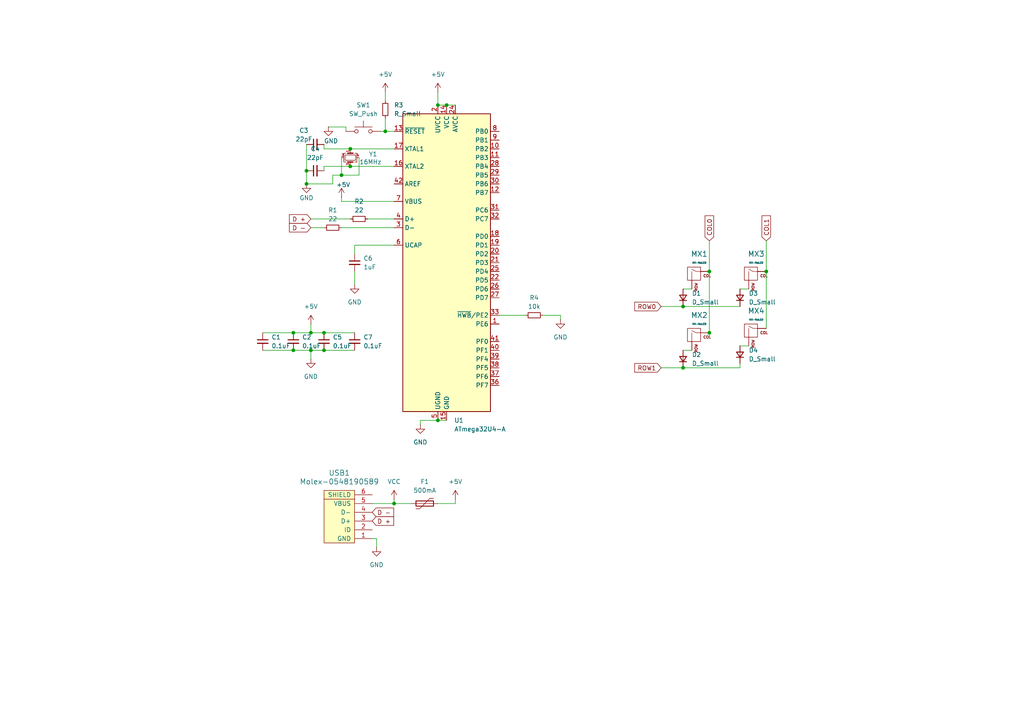
<source format=kicad_sch>
(kicad_sch (version 20231120) (generator "eeschema") (generator_version "8.0")
  (paper "A4")
  (lib_symbols
    (symbol "Device:C_Small" (pin_numbers hide) (pin_names (offset 0.254) hide)
      (property "Reference" "C" (at 0.254 1.778 0))
      (property "Value" "C_Small" (at 0.254 -2.032 0))
      (symbol "C_Small_0_1"
        (polyline (pts (xy -1.524 -0.508) (xy 1.524 -0.508)) (stroke (width 0.3302)))
        (polyline (pts (xy -1.524 0.508) (xy 1.524 0.508)) (stroke (width 0.3048)))
      )
      (symbol "C_Small_1_1"
        (pin passive line (at 0 2.54 270) (length 2.032) (name "~") (number "1"))
        (pin passive line (at 0 -2.54 90) (length 2.032) (name "~") (number "2"))
      )
    )
    (symbol "Device:Crystal_GND24_Small" (pin_names (offset 1.016) hide)
      (property "Reference" "Y" (at 1.27 4.445 0))
      (property "Value" "Crystal_GND24_Small" (at 1.27 2.54 0))
      (symbol "Crystal_GND24_Small_0_1"
        (rectangle (start -0.762 -1.524) (end 0.762 1.524))
        (polyline (pts (xy -1.27 -0.762) (xy -1.27 0.762)) (stroke (width 0.381)))
        (polyline (pts (xy 1.27 -0.762) (xy 1.27 0.762)) (stroke (width 0.381)))
        (polyline (pts (xy -1.27 -1.27) (xy -1.27 -1.905) (xy 1.27 -1.905) (xy 1.27 -1.27)))
        (polyline (pts (xy -1.27 1.27) (xy -1.27 1.905) (xy 1.27 1.905) (xy 1.27 1.27)))
      )
      (symbol "Crystal_GND24_Small_1_1"
        (pin passive line (at -2.54 0 0) (length 1.27) (name "1") (number "1"))
        (pin passive line (at 0 -2.54 90) (length 0.635) (name "2") (number "2"))
        (pin passive line (at 2.54 0 180) (length 1.27) (name "3") (number "3"))
        (pin passive line (at 0 2.54 270) (length 0.635) (name "4") (number "4"))
      )
    )
    (symbol "Device:D_Small" (pin_numbers hide) (pin_names (offset 0.254) hide)
      (property "Reference" "D" (at -1.27 2.032 0))
      (property "Value" "D_Small" (at -3.81 -2.032 0))
      (symbol "D_Small_0_1"
        (polyline (pts (xy -0.762 -1.016) (xy -0.762 1.016)) (stroke (width 0.254)))
        (polyline (pts (xy -0.762 0) (xy 0.762 0)))
        (polyline (pts (xy 0.762 -1.016) (xy -0.762 0) (xy 0.762 1.016) (xy 0.762 -1.016)) (stroke (width 0.254)))
      )
      (symbol "D_Small_1_1"
        (pin passive line (at -2.54 0 0) (length 1.778) (name "K") (number "1"))
        (pin passive line (at 2.54 0 180) (length 1.778) (name "A") (number "2"))
      )
    )
    (symbol "Device:Polyfuse" (pin_numbers hide) (pin_names (offset 0))
      (property "Reference" "F" (at -2.54 0 90))
      (property "Value" "Polyfuse" (at 2.54 0 90))
      (symbol "Polyfuse_0_1"
        (rectangle (start -0.762 2.54) (end 0.762 -2.54) (stroke (width 0.254)))
        (polyline (pts (xy 0 2.54) (xy 0 -2.54)))
        (polyline (pts (xy -1.524 2.54) (xy -1.524 1.524) (xy 1.524 -1.524) (xy 1.524 -2.54)))
      )
      (symbol "Polyfuse_1_1"
        (pin passive line (at 0 3.81 270) (length 1.27) (name "~") (number "1"))
        (pin passive line (at 0 -3.81 90) (length 1.27) (name "~") (number "2"))
      )
    )
    (symbol "Device:R_Small" (pin_numbers hide) (pin_names (offset 0.254) hide)
      (property "Reference" "R" (at 0.762 0.508 0))
      (property "Value" "R_Small" (at 0.762 -1.016 0))
      (symbol "R_Small_0_1"
        (rectangle (start -0.762 1.778) (end 0.762 -1.778) (stroke (width 0.2032)))
      )
      (symbol "R_Small_1_1"
        (pin passive line (at 0 2.54 270) (length 0.762) (name "~") (number "1"))
        (pin passive line (at 0 -2.54 90) (length 0.762) (name "~") (number "2"))
      )
    )
    (symbol "MCU_Microchip_ATmega:ATmega32U4-A"
      (property "Reference" "U" (at -12.7 44.45 0))
      (property "Value" "ATmega32U4-A" (at 2.54 -44.45 0))
      (symbol "ATmega32U4-A_0_1"
        (rectangle (start -12.7 -43.18) (end 12.7 43.18) (stroke (width 0.254)) (fill (type background)))
      )
      (symbol "ATmega32U4-A_1_1"
        (pin bidirectional line (at 15.24 -17.78 180) (length 2.54) (name "PE6") (number "1"))
        (pin bidirectional line (at 15.24 33.02 180) (length 2.54) (name "PB2") (number "10"))
        (pin bidirectional line (at 15.24 30.48 180) (length 2.54) (name "PB3") (number "11"))
        (pin bidirectional line (at 15.24 20.32 180) (length 2.54) (name "PB7") (number "12"))
        (pin input line (at -15.24 38.1 0) (length 2.54) (name "~{RESET}") (number "13"))
        (pin power_in line (at 0 45.72 270) (length 2.54) (name "VCC") (number "14"))
        (pin power_in line (at 0 -45.72 90) (length 2.54) (name "GND") (number "15"))
        (pin output line (at -15.24 27.94 0) (length 2.54) (name "XTAL2") (number "16"))
        (pin input line (at -15.24 33.02 0) (length 2.54) (name "XTAL1") (number "17"))
        (pin bidirectional line (at 15.24 7.62 180) (length 2.54) (name "PD0") (number "18"))
        (pin bidirectional line (at 15.24 5.08 180) (length 2.54) (name "PD1") (number "19"))
        (pin power_in line (at -2.54 45.72 270) (length 2.54) (name "UVCC") (number "2"))
        (pin bidirectional line (at 15.24 2.54 180) (length 2.54) (name "PD2") (number "20"))
        (pin bidirectional line (at 15.24 0 180) (length 2.54) (name "PD3") (number "21"))
        (pin bidirectional line (at 15.24 -5.08 180) (length 2.54) (name "PD5") (number "22"))
        (pin passive line (at 0 -45.72 90) (length 2.54) hide (name "GND") (number "23"))
        (pin power_in line (at 2.54 45.72 270) (length 2.54) (name "AVCC") (number "24"))
        (pin bidirectional line (at 15.24 -2.54 180) (length 2.54) (name "PD4") (number "25"))
        (pin bidirectional line (at 15.24 -7.62 180) (length 2.54) (name "PD6") (number "26"))
        (pin bidirectional line (at 15.24 -10.16 180) (length 2.54) (name "PD7") (number "27"))
        (pin bidirectional line (at 15.24 27.94 180) (length 2.54) (name "PB4") (number "28"))
        (pin bidirectional line (at 15.24 25.4 180) (length 2.54) (name "PB5") (number "29"))
        (pin bidirectional line (at -15.24 10.16 0) (length 2.54) (name "D-") (number "3"))
        (pin bidirectional line (at 15.24 22.86 180) (length 2.54) (name "PB6") (number "30"))
        (pin bidirectional line (at 15.24 15.24 180) (length 2.54) (name "PC6") (number "31"))
        (pin bidirectional line (at 15.24 12.7 180) (length 2.54) (name "PC7") (number "32"))
        (pin bidirectional line (at 15.24 -15.24 180) (length 2.54) (name "~{HWB}/PE2") (number "33"))
        (pin passive line (at 0 45.72 270) (length 2.54) hide (name "VCC") (number "34"))
        (pin passive line (at 0 -45.72 90) (length 2.54) hide (name "GND") (number "35"))
        (pin bidirectional line (at 15.24 -35.56 180) (length 2.54) (name "PF7") (number "36"))
        (pin bidirectional line (at 15.24 -33.02 180) (length 2.54) (name "PF6") (number "37"))
        (pin bidirectional line (at 15.24 -30.48 180) (length 2.54) (name "PF5") (number "38"))
        (pin bidirectional line (at 15.24 -27.94 180) (length 2.54) (name "PF4") (number "39"))
        (pin bidirectional line (at -15.24 12.7 0) (length 2.54) (name "D+") (number "4"))
        (pin bidirectional line (at 15.24 -25.4 180) (length 2.54) (name "PF1") (number "40"))
        (pin bidirectional line (at 15.24 -22.86 180) (length 2.54) (name "PF0") (number "41"))
        (pin passive line (at -15.24 22.86 0) (length 2.54) (name "AREF") (number "42"))
        (pin passive line (at 0 -45.72 90) (length 2.54) hide (name "GND") (number "43"))
        (pin passive line (at 2.54 45.72 270) (length 2.54) hide (name "AVCC") (number "44"))
        (pin passive line (at -2.54 -45.72 90) (length 2.54) (name "UGND") (number "5"))
        (pin passive line (at -15.24 5.08 0) (length 2.54) (name "UCAP") (number "6"))
        (pin input line (at -15.24 17.78 0) (length 2.54) (name "VBUS") (number "7"))
        (pin bidirectional line (at 15.24 38.1 180) (length 2.54) (name "PB0") (number "8"))
        (pin bidirectional line (at 15.24 35.56 180) (length 2.54) (name "PB1") (number "9"))
      )
    )
    (symbol "MX_Alps_Hybrid:MX-NoLED" (pin_names (offset 1.016))
      (property "Reference" "MX" (at -0.635 3.81 0))
      (property "Value" "MX-NoLED" (at -0.635 1.27 0))
      (symbol "MX-NoLED_0_0"
        (rectangle (start -2.54 2.54) (end 1.27 -1.27))
        (polyline (pts (xy -1.27 -1.27) (xy -1.27 1.27)) (stroke (width 0.127)))
        (polyline (pts (xy 1.27 1.27) (xy 0 1.27) (xy -1.27 1.905)) (stroke (width 0.127)))
        (text "COL" (at 3.175 0 0) (effects (font (size 0.762 0.762))))
        (text "ROW" (at 0 -1.905 900) (effects (font (size 0.762 0.762)) (justify right)))
      )
      (symbol "MX-NoLED_1_1"
        (pin passive line (at 3.81 1.27 180) (length 2.54) (name "COL") (number "1"))
        (pin passive line (at -1.27 -3.81 90) (length 2.54) (name "ROW") (number "2"))
      )
    )
    (symbol "Switch:SW_Push" (pin_numbers hide) (pin_names (offset 1.016) hide)
      (property "Reference" "SW" (at 1.27 2.54 0))
      (property "Value" "SW_Push" (at 0 -1.524 0))
      (symbol "SW_Push_0_1"
        (circle (center -2.032 0) (radius 0.508))
        (polyline (pts (xy 0 1.27) (xy 0 3.048)))
        (polyline (pts (xy 2.54 1.27) (xy -2.54 1.27)))
        (circle (center 2.032 0) (radius 0.508))
        (pin passive line (at -5.08 0 0) (length 2.54) (name "1") (number "1"))
        (pin passive line (at 5.08 0 180) (length 2.54) (name "2") (number "2"))
      )
    )
    (symbol "power:+5V" (power) (pin_numbers hide) (pin_names (offset 0) hide)
      (property "Value" "+5V" (at 0 3.556 0))
      (symbol "+5V_0_1"
        (polyline (pts (xy -0.762 1.27) (xy 0 2.54)))
        (polyline (pts (xy 0 0) (xy 0 2.54)))
        (polyline (pts (xy 0 2.54) (xy 0.762 1.27)))
      )
      (symbol "+5V_1_1"
        (pin power_in line (at 0 0 90) (length 0) (name "~") (number "1"))
      )
    )
    (symbol "power:GND" (power) (pin_numbers hide) (pin_names (offset 0) hide)
      (property "Value" "GND" (at 0 -3.81 0))
      (symbol "GND_0_1"
        (polyline (pts (xy 0 0) (xy 0 -1.27) (xy 1.27 -1.27) (xy 0 -2.54) (xy -1.27 -1.27) (xy 0 -1.27)))
      )
      (symbol "GND_1_1"
        (pin power_in line (at 0 0 270) (length 0) (name "~") (number "1"))
      )
    )
    (symbol "power:VCC" (power) (pin_numbers hide) (pin_names (offset 0) hide)
      (property "Value" "VCC" (at 0 3.556 0))
      (symbol "VCC_0_1"
        (polyline (pts (xy -0.762 1.27) (xy 0 2.54)))
        (polyline (pts (xy 0 0) (xy 0 2.54)))
        (polyline (pts (xy 0 2.54) (xy 0.762 1.27)))
      )
      (symbol "VCC_1_1"
        (pin power_in line (at 0 0 90) (length 0) (name "~") (number "1"))
      )
    )
    (symbol "random-keyboard-parts:Molex-0548190589" (pin_names (offset 1.016))
      (property "Reference" "USB" (at 0 7.62 0))
      (property "Value" "Molex-0548190589" (at 0 10.16 0))
      (symbol "Molex-0548190589_0_0"
        (polyline (pts (xy 6.35 -2.54) (xy 6.35 6.35)))
        (rectangle (start 8.89 -2.54) (end -6.35 6.35) (fill (type background)))
      )
      (symbol "Molex-0548190589_1_1"
        (pin input line (at -5.08 -7.62 90) (length 5.08) (name "GND") (number "1"))
        (pin input line (at -2.54 -7.62 90) (length 5.08) (name "ID") (number "2"))
        (pin input line (at 0 -7.62 90) (length 5.08) (name "D+") (number "3"))
        (pin input line (at 2.54 -7.62 90) (length 5.08) (name "D-") (number "4"))
        (pin input line (at 5.08 -7.62 90) (length 5.08) (name "VBUS") (number "5"))
        (pin input line (at 7.62 -7.62 90) (length 5.08) (name "SHIELD") (number "6"))
      )
    )
  )
  (junction (at 85.09 96.52))
  (junction (at 85.09 101.6))
  (junction (at 127 121.92))
  (junction (at 111.76 38.1))
  (junction (at 198.12 106.68))
  (junction (at 129.54 30.48))
  (junction (at 93.98 96.52))
  (junction (at 93.98 101.6))
  (junction (at 101.6 48.26))
  (junction (at 101.6 43.18))
  (junction (at 205.74 78.74))
  (junction (at 222.25 78.74))
  (junction (at 114.3 146.05))
  (junction (at 127 30.48))
  (junction (at 205.74 96.52))
  (junction (at 99.06 50.8))
  (junction (at 198.12 88.9))
  (junction (at 90.17 96.52))
  (junction (at 88.9 53.34))
  (junction (at 90.17 101.6))
  (junction (at 88.9 49.53))
  (wire (pts (xy 76.2 96.52) (xy 85.09 96.52)))
  (wire (pts (xy 88.9 53.34) (xy 96.52 53.34)))
  (wire (pts (xy 162.56 91.44) (xy 162.56 92.71)))
  (wire (pts (xy 157.48 91.44) (xy 162.56 91.44)))
  (wire (pts (xy 102.87 71.12) (xy 114.3 71.12)))
  (wire (pts (xy 214.63 100.33) (xy 217.17 100.33)))
  (wire (pts (xy 90.17 101.6) (xy 93.98 101.6)))
  (wire (pts (xy 100.33 36.83) (xy 100.33 38.1)))
  (wire (pts (xy 111.76 34.29) (xy 111.76 38.1)))
  (wire (pts (xy 107.95 156.21) (xy 109.22 156.21)))
  (wire (pts (xy 214.63 106.68) (xy 198.12 106.68)))
  (wire (pts (xy 102.87 78.74) (xy 102.87 82.55)))
  (wire (pts (xy 106.68 63.5) (xy 114.3 63.5)))
  (wire (pts (xy 93.98 41.91) (xy 93.98 43.18)))
  (wire (pts (xy 114.3 146.05) (xy 119.38 146.05)))
  (wire (pts (xy 110.49 38.1) (xy 111.76 38.1)))
  (wire (pts (xy 191.77 106.68) (xy 198.12 106.68)))
  (wire (pts (xy 111.76 38.1) (xy 114.3 38.1)))
  (wire (pts (xy 76.2 101.6) (xy 85.09 101.6)))
  (wire (pts (xy 222.25 78.74) (xy 222.25 95.25)))
  (wire (pts (xy 214.63 83.82) (xy 217.17 83.82)))
  (wire (pts (xy 205.74 78.74) (xy 205.74 96.52)))
  (wire (pts (xy 104.14 50.8) (xy 104.14 45.72)))
  (wire (pts (xy 85.09 96.52) (xy 90.17 96.52)))
  (wire (pts (xy 191.77 88.9) (xy 198.12 88.9)))
  (wire (pts (xy 88.9 41.91) (xy 88.9 49.53)))
  (wire (pts (xy 90.17 93.98) (xy 90.17 96.52)))
  (wire (pts (xy 90.17 101.6) (xy 90.17 104.14)))
  (wire (pts (xy 129.54 30.48) (xy 132.08 30.48)))
  (wire (pts (xy 205.74 69.85) (xy 205.74 78.74)))
  (wire (pts (xy 132.08 144.78) (xy 132.08 146.05)))
  (wire (pts (xy 111.76 26.67) (xy 111.76 29.21)))
  (wire (pts (xy 198.12 83.82) (xy 200.66 83.82)))
  (wire (pts (xy 127 121.92) (xy 121.92 121.92)))
  (wire (pts (xy 114.3 58.42) (xy 99.06 58.42)))
  (wire (pts (xy 101.6 43.18) (xy 114.3 43.18)))
  (wire (pts (xy 127 121.92) (xy 129.54 121.92)))
  (wire (pts (xy 95.25 36.83) (xy 100.33 36.83)))
  (wire (pts (xy 93.98 101.6) (xy 102.87 101.6)))
  (wire (pts (xy 114.3 144.78) (xy 114.3 146.05)))
  (wire (pts (xy 132.08 146.05) (xy 127 146.05)))
  (wire (pts (xy 102.87 73.66) (xy 102.87 71.12)))
  (wire (pts (xy 90.17 66.04) (xy 93.98 66.04)))
  (wire (pts (xy 88.9 49.53) (xy 88.9 53.34)))
  (wire (pts (xy 127 26.67) (xy 127 30.48)))
  (wire (pts (xy 99.06 50.8) (xy 104.14 50.8)))
  (wire (pts (xy 222.25 69.85) (xy 222.25 78.74)))
  (wire (pts (xy 205.74 96.52) (xy 205.74 97.79)))
  (wire (pts (xy 99.06 45.72) (xy 99.06 50.8)))
  (wire (pts (xy 99.06 66.04) (xy 114.3 66.04)))
  (wire (pts (xy 101.6 48.26) (xy 93.98 48.26)))
  (wire (pts (xy 107.95 146.05) (xy 114.3 146.05)))
  (wire (pts (xy 90.17 96.52) (xy 93.98 96.52)))
  (wire (pts (xy 93.98 43.18) (xy 101.6 43.18)))
  (wire (pts (xy 93.98 96.52) (xy 102.87 96.52)))
  (wire (pts (xy 198.12 101.6) (xy 200.66 101.6)))
  (wire (pts (xy 85.09 101.6) (xy 90.17 101.6)))
  (wire (pts (xy 144.78 91.44) (xy 152.4 91.44)))
  (wire (pts (xy 121.92 121.92) (xy 121.92 123.19)))
  (wire (pts (xy 99.06 58.42) (xy 99.06 57.15)))
  (wire (pts (xy 101.6 48.26) (xy 114.3 48.26)))
  (wire (pts (xy 214.63 105.41) (xy 214.63 106.68)))
  (wire (pts (xy 93.98 48.26) (xy 93.98 49.53)))
  (wire (pts (xy 127 30.48) (xy 129.54 30.48)))
  (wire (pts (xy 96.52 50.8) (xy 99.06 50.8)))
  (wire (pts (xy 109.22 156.21) (xy 109.22 158.75)))
  (wire (pts (xy 198.12 88.9) (xy 214.63 88.9)))
  (wire (pts (xy 96.52 53.34) (xy 96.52 50.8)))
  (wire (pts (xy 90.17 63.5) (xy 101.6 63.5)))
  (global_label "ROW1" (shape input) (at 191.77 106.68 180) (property "Intersheetrefs" "${INTERSHEET_REFS}" (effects (hide yes))))
  (global_label "D -" (shape input) (at 107.95 148.59 0) (property "Intersheetrefs" "${INTERSHEET_REFS}" (effects (hide yes))))
  (global_label "COL0" (shape input) (at 205.74 69.85 90) (property "Intersheetrefs" "${INTERSHEET_REFS}" (effects (hide yes))))
  (global_label "ROW0" (shape input) (at 191.77 88.9 180) (property "Intersheetrefs" "${INTERSHEET_REFS}" (effects (hide yes))))
  (global_label "D +" (shape input) (at 90.17 63.5 180) (property "Intersheetrefs" "${INTERSHEET_REFS}" (effects (hide yes))))
  (global_label "D +" (shape input) (at 107.95 151.13 0) (property "Intersheetrefs" "${INTERSHEET_REFS}" (effects (hide yes))))
  (global_label "D -" (shape input) (at 90.17 66.04 180) (property "Intersheetrefs" "${INTERSHEET_REFS}" (effects (hide yes))))
  (global_label "COL1" (shape input) (at 222.25 69.85 90) (property "Intersheetrefs" "${INTERSHEET_REFS}" (effects (hide yes))))
  (symbol (lib_id "Device:D_Small") (at 198.12 104.14 90) (unit 1)
    (property "Reference" "D2" (at 200.66 102.8699 90) (effects (justify right)))
    (property "Value" "D_Small" (at 200.66 105.4099 90) (effects (justify right)))
    (property "Footprint" "Diode_SMD:D_SOD-123" (effects (hide yes)))
    (property "Description" "Diode, small symbol" (effects (hide yes)))
    (property "Sim.Device" "D" (effects (hide yes)))
    (property "Sim.Pins" "1=K 2=A" (effects (hide yes)))
  )
  (symbol (lib_id "power:+5V") (at 90.17 93.98 0) (unit 1)
    (property "Reference" "#PWR06" (effects (hide yes)))
    (property "Value" "+5V" (at 90.17 88.9 0))
    (property "Description" "Power symbol creates a global label with name \"+5V\"" (effects (hide yes)))
  )
  (symbol (lib_id "Device:R_Small") (at 111.76 31.75 0) (unit 1)
    (property "Reference" "R3" (at 114.3 30.4799 0) (effects (justify left)))
    (property "Value" "R_Small" (at 114.3 33.0199 0) (effects (justify left)))
    (property "Footprint" "Resistor_SMD:R_0805_2012Metric" (effects (hide yes)))
    (property "Description" "Resistor, small symbol" (effects (hide yes)))
  )
  (symbol (lib_id "Device:C_Small") (at 91.44 41.91 90) (unit 1)
    (property "Reference" "C3" (at 88.138 37.846 90))
    (property "Value" "22pF" (at 88.138 40.386 90))
    (property "Footprint" "Capacitor_SMD:C_0805_2012Metric" (effects (hide yes)))
    (property "Description" "Unpolarized capacitor, small symbol" (effects (hide yes)))
  )
  (symbol (lib_id "Device:D_Small") (at 198.12 86.36 90) (unit 1)
    (property "Reference" "D1" (at 200.66 85.0899 90) (effects (justify right)))
    (property "Value" "D_Small" (at 200.66 87.6299 90) (effects (justify right)))
    (property "Footprint" "Diode_SMD:D_SOD-123" (effects (hide yes)))
    (property "Description" "Diode, small symbol" (effects (hide yes)))
    (property "Sim.Device" "D" (effects (hide yes)))
    (property "Sim.Pins" "1=K 2=A" (effects (hide yes)))
  )
  (symbol (lib_id "Device:C_Small") (at 76.2 99.06 0) (unit 1)
    (property "Reference" "C1" (at 78.74 97.7962 0) (effects (justify left)))
    (property "Value" "0.1uF" (at 78.74 100.3362 0) (effects (justify left)))
    (property "Footprint" "Capacitor_SMD:C_0805_2012Metric" (effects (hide yes)))
    (property "Description" "Unpolarized capacitor, small symbol" (effects (hide yes)))
  )
  (symbol (lib_id "power:GND") (at 95.25 36.83 0) (unit 1)
    (property "Reference" "#PWR09" (effects (hide yes)))
    (property "Value" "GND" (at 96.012 40.894 0))
    (property "Description" "Power symbol creates a global label with name \"GND\" , ground" (effects (hide yes)))
  )
  (symbol (lib_id "Device:C_Small") (at 102.87 76.2 0) (unit 1)
    (property "Reference" "C6" (at 105.41 74.9362 0) (effects (justify left)))
    (property "Value" "1uF" (at 105.41 77.4762 0) (effects (justify left)))
    (property "Footprint" "Capacitor_SMD:C_0805_2012Metric" (effects (hide yes)))
    (property "Description" "Unpolarized capacitor, small symbol" (effects (hide yes)))
  )
  (symbol (lib_id "power:GND") (at 121.92 123.19 0) (unit 1)
    (property "Reference" "#PWR02" (effects (hide yes)))
    (property "Value" "GND" (at 121.92 128.27 0))
    (property "Description" "Power symbol creates a global label with name \"GND\" , ground" (effects (hide yes)))
  )
  (symbol (lib_id "power:GND") (at 90.17 104.14 0) (unit 1)
    (property "Reference" "#PWR05" (effects (hide yes)))
    (property "Value" "GND" (at 90.17 109.22 0))
    (property "Description" "Power symbol creates a global label with name \"GND\" , ground" (effects (hide yes)))
  )
  (symbol (lib_id "power:GND") (at 162.56 92.71 0) (unit 1)
    (property "Reference" "#PWR03" (effects (hide yes)))
    (property "Value" "GND" (at 162.56 97.79 0))
    (property "Description" "Power symbol creates a global label with name \"GND\" , ground" (effects (hide yes)))
  )
  (symbol (lib_id "power:VCC") (at 114.3 144.78 0) (unit 1)
    (property "Reference" "#PWR011" (effects (hide yes)))
    (property "Value" "VCC" (at 114.3 139.7 0))
    (property "Description" "Power symbol creates a global label with name \"VCC\"" (effects (hide yes)))
  )
  (symbol (lib_id "Device:C_Small") (at 102.87 99.06 0) (unit 1)
    (property "Reference" "C7" (at 105.41 97.7962 0) (effects (justify left)))
    (property "Value" "0.1uF" (at 105.41 100.3362 0) (effects (justify left)))
    (property "Footprint" "Capacitor_SMD:C_0805_2012Metric" (effects (hide yes)))
    (property "Description" "Unpolarized capacitor, small symbol" (effects (hide yes)))
  )
  (symbol (lib_id "Device:D_Small") (at 214.63 86.36 90) (unit 1)
    (property "Reference" "D3" (at 217.17 85.0899 90) (effects (justify right)))
    (property "Value" "D_Small" (at 217.17 87.6299 90) (effects (justify right)))
    (property "Footprint" "Diode_SMD:D_SOD-123" (effects (hide yes)))
    (property "Description" "Diode, small symbol" (effects (hide yes)))
    (property "Sim.Device" "D" (effects (hide yes)))
    (property "Sim.Pins" "1=K 2=A" (effects (hide yes)))
  )
  (symbol (lib_id "random-keyboard-parts:Molex-0548190589") (at 100.33 151.13 90) (unit 1)
    (property "Reference" "USB1" (at 98.425 137.16 90) (effects (font (size 1.524 1.524))))
    (property "Value" "Molex-0548190589" (at 98.425 139.7 90) (effects (font (size 1.524 1.524))))
  )
  (symbol (lib_id "Device:Polyfuse") (at 123.19 146.05 90) (unit 1)
    (property "Reference" "F1" (at 123.19 139.7 90))
    (property "Value" "500mA" (at 123.19 142.24 90))
    (property "Footprint" "Fuse:Fuse_1206_3216Metric" (effects (hide yes)))
    (property "Description" "Resettable fuse, polymeric positive temperature coefficient" (effects (hide yes)))
  )
  (symbol (lib_id "Switch:SW_Push") (at 105.41 38.1 0) (unit 1)
    (property "Reference" "SW1" (at 105.41 30.48 0))
    (property "Value" "SW_Push" (at 105.41 33.02 0))
    (property "Description" "Push button switch, generic, two pins" (effects (hide yes)))
  )
  (symbol (lib_id "Device:C_Small") (at 93.98 99.06 0) (unit 1)
    (property "Reference" "C5" (at 96.52 97.7962 0) (effects (justify left)))
    (property "Value" "0.1uF" (at 96.52 100.3362 0) (effects (justify left)))
    (property "Footprint" "Capacitor_SMD:C_0805_2012Metric" (effects (hide yes)))
    (property "Description" "Unpolarized capacitor, small symbol" (effects (hide yes)))
  )
  (symbol (lib_id "Device:D_Small") (at 214.63 102.87 90) (unit 1)
    (property "Reference" "D4" (at 217.17 101.5999 90) (effects (justify right)))
    (property "Value" "D_Small" (at 217.17 104.1399 90) (effects (justify right)))
    (property "Footprint" "Diode_SMD:D_SOD-123" (effects (hide yes)))
    (property "Description" "Diode, small symbol" (effects (hide yes)))
    (property "Sim.Device" "D" (effects (hide yes)))
    (property "Sim.Pins" "1=K 2=A" (effects (hide yes)))
  )
  (symbol (lib_id "power:GND") (at 109.22 158.75 0) (unit 1)
    (property "Reference" "#PWR013" (effects (hide yes)))
    (property "Value" "GND" (at 109.22 163.83 0))
    (property "Description" "Power symbol creates a global label with name \"GND\" , ground" (effects (hide yes)))
  )
  (symbol (lib_id "MX_Alps_Hybrid:MX-NoLED") (at 201.93 97.79 0) (unit 1)
    (property "Reference" "MX2" (at 202.8252 91.44 0) (effects (font (size 1.524 1.524))))
    (property "Value" "MX-NoLED" (at 202.8252 93.98 0) (effects (font (size 0.508 0.508))))
    (property "Footprint" "Button_Switch_Keyboard:SW_Cherry_MX_1.00u_PCB" (effects (hide yes)))
  )
  (symbol (lib_id "Device:R_Small") (at 154.94 91.44 90) (unit 1)
    (property "Reference" "R4" (at 154.94 86.36 90))
    (property "Value" "10k" (at 154.94 88.9 90))
    (property "Footprint" "Resistor_SMD:R_0805_2012Metric" (effects (hide yes)))
    (property "Description" "Resistor, small symbol" (effects (hide yes)))
  )
  (symbol (lib_id "MX_Alps_Hybrid:MX-NoLED") (at 218.44 96.52 0) (unit 1)
    (property "Reference" "MX4" (at 219.3352 90.17 0) (effects (font (size 1.524 1.524))))
    (property "Value" "MX-NoLED" (at 219.3352 92.71 0) (effects (font (size 0.508 0.508))))
    (property "Footprint" "Button_Switch_Keyboard:SW_Cherry_MX_1.00u_PCB" (effects (hide yes)))
  )
  (symbol (lib_id "MX_Alps_Hybrid:MX-NoLED") (at 201.93 80.01 0) (unit 1)
    (property "Reference" "MX1" (at 202.8252 73.66 0) (effects (font (size 1.524 1.524))))
    (property "Value" "MX-NoLED" (at 202.8252 76.2 0) (effects (font (size 0.508 0.508))))
    (property "Footprint" "Button_Switch_Keyboard:SW_Cherry_MX_1.00u_PCB" (effects (hide yes)))
  )
  (symbol (lib_id "power:+5V") (at 127 26.67 0) (unit 1)
    (property "Reference" "#PWR01" (effects (hide yes)))
    (property "Value" "+5V" (at 127 21.59 0))
    (property "Description" "Power symbol creates a global label with name \"+5V\"" (effects (hide yes)))
  )
  (symbol (lib_id "power:+5V") (at 132.08 144.78 0) (unit 1)
    (property "Reference" "#PWR012" (effects (hide yes)))
    (property "Value" "+5V" (at 132.08 139.7 0))
    (property "Description" "Power symbol creates a global label with name \"+5V\"" (effects (hide yes)))
  )
  (symbol (lib_id "power:+5V") (at 111.76 26.67 0) (unit 1)
    (property "Reference" "#PWR010" (effects (hide yes)))
    (property "Value" "+5V" (at 111.76 21.59 0))
    (property "Description" "Power symbol creates a global label with name \"+5V\"" (effects (hide yes)))
  )
  (symbol (lib_id "Device:Crystal_GND24_Small") (at 101.6 45.72 270) (unit 1)
    (property "Reference" "Y1" (at 108.204 44.704 90))
    (property "Value" "16MHz" (at 107.442 46.99 90))
    (property "Description" "Four pin crystal, GND on pins 2 and 4, small symbol" (effects (hide yes)))
  )
  (symbol (lib_id "Device:R_Small") (at 96.52 66.04 90) (unit 1)
    (property "Reference" "R1" (at 96.52 60.96 90))
    (property "Value" "22" (at 96.52 63.5 90))
    (property "Footprint" "Resistor_SMD:R_0805_2012Metric" (effects (hide yes)))
    (property "Description" "Resistor, small symbol" (effects (hide yes)))
  )
  (symbol (lib_id "power:GND") (at 102.87 82.55 0) (unit 1)
    (property "Reference" "#PWR04" (effects (hide yes)))
    (property "Value" "GND" (at 102.87 87.63 0))
    (property "Description" "Power symbol creates a global label with name \"GND\" , ground" (effects (hide yes)))
  )
  (symbol (lib_id "Device:C_Small") (at 91.44 49.53 90) (unit 1)
    (property "Reference" "C4" (at 91.4463 43.18 90))
    (property "Value" "22pF" (at 91.4463 45.72 90))
    (property "Footprint" "Capacitor_SMD:C_0805_2012Metric" (effects (hide yes)))
    (property "Description" "Unpolarized capacitor, small symbol" (effects (hide yes)))
  )
  (symbol (lib_id "Device:C_Small") (at 85.09 99.06 0) (unit 1)
    (property "Reference" "C2" (at 87.63 97.7962 0) (effects (justify left)))
    (property "Value" "0.1uF" (at 87.63 100.3362 0) (effects (justify left)))
    (property "Footprint" "Capacitor_SMD:C_0805_2012Metric" (effects (hide yes)))
    (property "Description" "Unpolarized capacitor, small symbol" (effects (hide yes)))
  )
  (symbol (lib_id "Device:R_Small") (at 104.14 63.5 90) (unit 1)
    (property "Reference" "R2" (at 104.14 58.42 90))
    (property "Value" "22" (at 104.14 60.96 90))
    (property "Footprint" "Resistor_SMD:R_0805_2012Metric" (effects (hide yes)))
    (property "Description" "Resistor, small symbol" (effects (hide yes)))
  )
  (symbol (lib_id "MCU_Microchip_ATmega:ATmega32U4-A") (at 129.54 76.2 0) (unit 1)
    (property "Reference" "U1" (at 131.7341 121.92 0) (effects (justify left)))
    (property "Value" "ATmega32U4-A" (at 131.7341 124.46 0) (effects (justify left)))
    (property "Footprint" "Package_QFP:TQFP-44_10x10mm_P0.8mm" (effects (hide yes)))
    (property "Datasheet" "http://ww1.microchip.com/downloads/en/DeviceDoc/Atmel-7766-8-bit-AVR-ATmega16U4-32U4_Datasheet.pdf" (effects (hide yes)))
    (property "Description" "16MHz, 32kB Flash, 2.5kB SRAM, 1kB EEPROM, USB 2.0, TQFP-44" (effects (hide yes)))
  )
  (symbol (lib_id "power:GND") (at 88.9 53.34 0) (unit 1)
    (property "Reference" "#PWR08" (effects (hide yes)))
    (property "Value" "GND" (at 88.9 57.404 0))
    (property "Description" "Power symbol creates a global label with name \"GND\" , ground" (effects (hide yes)))
  )
  (symbol (lib_id "power:+5V") (at 99.06 57.15 0) (unit 1)
    (property "Reference" "#PWR07" (effects (hide yes)))
    (property "Value" "+5V" (at 99.568 53.594 0))
    (property "Description" "Power symbol creates a global label with name \"+5V\"" (effects (hide yes)))
  )
  (symbol (lib_id "MX_Alps_Hybrid:MX-NoLED") (at 218.44 80.01 0) (unit 1)
    (property "Reference" "MX3" (at 219.3352 73.66 0) (effects (font (size 1.524 1.524))))
    (property "Value" "MX-NoLED" (at 219.3352 76.2 0) (effects (font (size 0.508 0.508))))
    (property "Footprint" "Button_Switch_Keyboard:SW_Cherry_MX_1.00u_PCB" (effects (hide yes)))
  )
)
</source>
